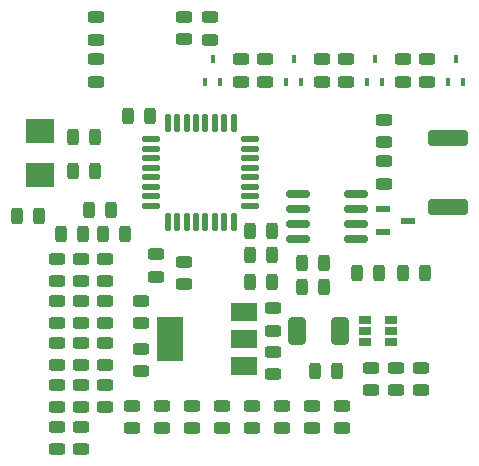
<source format=gtp>
%TF.GenerationSoftware,KiCad,Pcbnew,(7.0.0)*%
%TF.CreationDate,2023-02-19T00:42:13-05:00*%
%TF.ProjectId,CANBoard,43414e42-6f61-4726-942e-6b696361645f,v1*%
%TF.SameCoordinates,Original*%
%TF.FileFunction,Paste,Top*%
%TF.FilePolarity,Positive*%
%FSLAX46Y46*%
G04 Gerber Fmt 4.6, Leading zero omitted, Abs format (unit mm)*
G04 Created by KiCad (PCBNEW (7.0.0)) date 2023-02-19 00:42:13*
%MOMM*%
%LPD*%
G01*
G04 APERTURE LIST*
G04 Aperture macros list*
%AMRoundRect*
0 Rectangle with rounded corners*
0 $1 Rounding radius*
0 $2 $3 $4 $5 $6 $7 $8 $9 X,Y pos of 4 corners*
0 Add a 4 corners polygon primitive as box body*
4,1,4,$2,$3,$4,$5,$6,$7,$8,$9,$2,$3,0*
0 Add four circle primitives for the rounded corners*
1,1,$1+$1,$2,$3*
1,1,$1+$1,$4,$5*
1,1,$1+$1,$6,$7*
1,1,$1+$1,$8,$9*
0 Add four rect primitives between the rounded corners*
20,1,$1+$1,$2,$3,$4,$5,0*
20,1,$1+$1,$4,$5,$6,$7,0*
20,1,$1+$1,$6,$7,$8,$9,0*
20,1,$1+$1,$8,$9,$2,$3,0*%
G04 Aperture macros list end*
%ADD10RoundRect,0.243750X-0.456250X0.243750X-0.456250X-0.243750X0.456250X-0.243750X0.456250X0.243750X0*%
%ADD11RoundRect,0.243750X0.243750X0.456250X-0.243750X0.456250X-0.243750X-0.456250X0.243750X-0.456250X0*%
%ADD12RoundRect,0.243750X-0.243750X-0.456250X0.243750X-0.456250X0.243750X0.456250X-0.243750X0.456250X0*%
%ADD13R,1.300000X0.600000*%
%ADD14R,2.400000X2.000000*%
%ADD15RoundRect,0.125000X-0.125000X-0.625000X0.125000X-0.625000X0.125000X0.625000X-0.125000X0.625000X0*%
%ADD16RoundRect,0.125000X-0.625000X-0.125000X0.625000X-0.125000X0.625000X0.125000X-0.625000X0.125000X0*%
%ADD17RoundRect,0.250000X1.425000X-0.425000X1.425000X0.425000X-1.425000X0.425000X-1.425000X-0.425000X0*%
%ADD18RoundRect,0.243750X0.456250X-0.243750X0.456250X0.243750X-0.456250X0.243750X-0.456250X-0.243750X0*%
%ADD19RoundRect,0.375000X0.375000X-0.825000X0.375000X0.825000X-0.375000X0.825000X-0.375000X-0.825000X0*%
%ADD20R,1.060000X0.650000*%
%ADD21R,2.200000X3.800000*%
%ADD22R,2.200000X1.500000*%
%ADD23R,0.450000X0.700000*%
%ADD24RoundRect,0.150000X-0.825000X-0.150000X0.825000X-0.150000X0.825000X0.150000X-0.825000X0.150000X0*%
G04 APERTURE END LIST*
D10*
X144018000Y-98854500D03*
X144018000Y-96979500D03*
X141478000Y-98854500D03*
X141478000Y-96979500D03*
X138938000Y-98854500D03*
X138938000Y-96979500D03*
X150114000Y-74612500D03*
X150114000Y-72737500D03*
X136398000Y-98854500D03*
X136398000Y-96979500D03*
X133858000Y-98854500D03*
X133858000Y-96979500D03*
X128778000Y-98854500D03*
X128778000Y-96979500D03*
D11*
X138762500Y-82169000D03*
X140637500Y-82169000D03*
D12*
X124635500Y-82423000D03*
X122760500Y-82423000D03*
D11*
X126316500Y-82423000D03*
X128191500Y-82423000D03*
D12*
X120952500Y-80899000D03*
X119077500Y-80899000D03*
X125651500Y-77089000D03*
X123776500Y-77089000D03*
X130350500Y-72390000D03*
X128475500Y-72390000D03*
X127048500Y-80391000D03*
X125173500Y-80391000D03*
D11*
X138762500Y-84201000D03*
X140637500Y-84201000D03*
D12*
X145082500Y-84836000D03*
X143207500Y-84836000D03*
D10*
X133223000Y-86662500D03*
X133223000Y-84787500D03*
X126492000Y-97076500D03*
X126492000Y-95201500D03*
D12*
X125651500Y-74168000D03*
X123776500Y-74168000D03*
D13*
X152179999Y-81279999D03*
X150079999Y-82229999D03*
X150079999Y-80329999D03*
D14*
X121030999Y-77414999D03*
X121030999Y-73714999D03*
D15*
X131820000Y-73041000D03*
X132620000Y-73041000D03*
X133420000Y-73041000D03*
X134220000Y-73041000D03*
X135020000Y-73041000D03*
X135820000Y-73041000D03*
X136620000Y-73041000D03*
X137420000Y-73041000D03*
D16*
X138795000Y-74416000D03*
X138795000Y-75216000D03*
X138795000Y-76016000D03*
X138795000Y-76816000D03*
X138795000Y-77616000D03*
X138795000Y-78416000D03*
X138795000Y-79216000D03*
X138795000Y-80016000D03*
D15*
X137420000Y-81391000D03*
X136620000Y-81391000D03*
X135820000Y-81391000D03*
X135020000Y-81391000D03*
X134220000Y-81391000D03*
X133420000Y-81391000D03*
X132620000Y-81391000D03*
X131820000Y-81391000D03*
D16*
X130445000Y-80016000D03*
X130445000Y-79216000D03*
X130445000Y-78416000D03*
X130445000Y-77616000D03*
X130445000Y-76816000D03*
X130445000Y-76016000D03*
X130445000Y-75216000D03*
X130445000Y-74416000D03*
D17*
X155575000Y-74316000D03*
X155575000Y-80116000D03*
D10*
X149034500Y-95616000D03*
X149034500Y-93741000D03*
X151130000Y-95616000D03*
X151130000Y-93741000D03*
D18*
X140716000Y-88724500D03*
X140716000Y-90599500D03*
D10*
X140716000Y-94282500D03*
X140716000Y-92407500D03*
D19*
X146439500Y-90614500D03*
X142739500Y-90614500D03*
D12*
X153591500Y-85725000D03*
X151716500Y-85725000D03*
D11*
X143207500Y-86868000D03*
X145082500Y-86868000D03*
D20*
X150705999Y-89664499D03*
X150705999Y-90614499D03*
X150705999Y-91564499D03*
X148505999Y-91564499D03*
X148505999Y-90614499D03*
X148505999Y-89664499D03*
D10*
X129540000Y-94028500D03*
X129540000Y-92153500D03*
D21*
X131977999Y-91312999D03*
D22*
X138277999Y-89012999D03*
X138277999Y-91312999D03*
X138277999Y-93612999D03*
D10*
X146558000Y-98854500D03*
X146558000Y-96979500D03*
X153225500Y-95616000D03*
X153225500Y-93741000D03*
D12*
X146147000Y-94043500D03*
X144272000Y-94043500D03*
D10*
X129540000Y-89964500D03*
X129540000Y-88089500D03*
D18*
X150114000Y-76278500D03*
X150114000Y-78153500D03*
D10*
X130810000Y-86027500D03*
X130810000Y-84152500D03*
D18*
X144907000Y-67642500D03*
X144907000Y-69517500D03*
D23*
X142493999Y-67579999D03*
X143143999Y-69579999D03*
X141843999Y-69579999D03*
D10*
X135382000Y-65961500D03*
X135382000Y-64086500D03*
X151765000Y-69517500D03*
X151765000Y-67642500D03*
X140081000Y-69517500D03*
X140081000Y-67642500D03*
D23*
X149351999Y-67579999D03*
X150001999Y-69579999D03*
X148701999Y-69579999D03*
D18*
X138049000Y-67642500D03*
X138049000Y-69517500D03*
D23*
X135635999Y-67579999D03*
X136285999Y-69579999D03*
X134985999Y-69579999D03*
D10*
X146939000Y-69517500D03*
X146939000Y-67642500D03*
D18*
X153797000Y-67642500D03*
X153797000Y-69517500D03*
D10*
X133223000Y-65913000D03*
X133223000Y-64038000D03*
D23*
X156209999Y-67579999D03*
X156859999Y-69579999D03*
X155559999Y-69579999D03*
D10*
X131318000Y-98854500D03*
X131318000Y-96979500D03*
D12*
X140637500Y-86487000D03*
X138762500Y-86487000D03*
D18*
X122428000Y-88089500D03*
X122428000Y-89964500D03*
D10*
X122428000Y-97076500D03*
X122428000Y-95201500D03*
X122428000Y-86408500D03*
X122428000Y-84533500D03*
X122428000Y-100632500D03*
X122428000Y-98757500D03*
D18*
X122428000Y-91645500D03*
X122428000Y-93520500D03*
D10*
X126492000Y-86408500D03*
X126492000Y-84533500D03*
D18*
X126492000Y-88089500D03*
X126492000Y-89964500D03*
X126492000Y-91645500D03*
X126492000Y-93520500D03*
X124460000Y-84533500D03*
X124460000Y-86408500D03*
D10*
X124460000Y-89964500D03*
X124460000Y-88089500D03*
X124460000Y-93520500D03*
X124460000Y-91645500D03*
D18*
X124460000Y-98757500D03*
X124460000Y-100632500D03*
X124460000Y-95201500D03*
X124460000Y-97076500D03*
D10*
X125730000Y-65961500D03*
X125730000Y-64086500D03*
X125730000Y-69517500D03*
X125730000Y-67642500D03*
D12*
X149718000Y-85725000D03*
X147843000Y-85725000D03*
D24*
X147763000Y-78994000D03*
X147763000Y-80264000D03*
X147763000Y-81534000D03*
X147763000Y-82804000D03*
X142813000Y-82804000D03*
X142813000Y-81534000D03*
X142813000Y-80264000D03*
X142813000Y-78994000D03*
M02*

</source>
